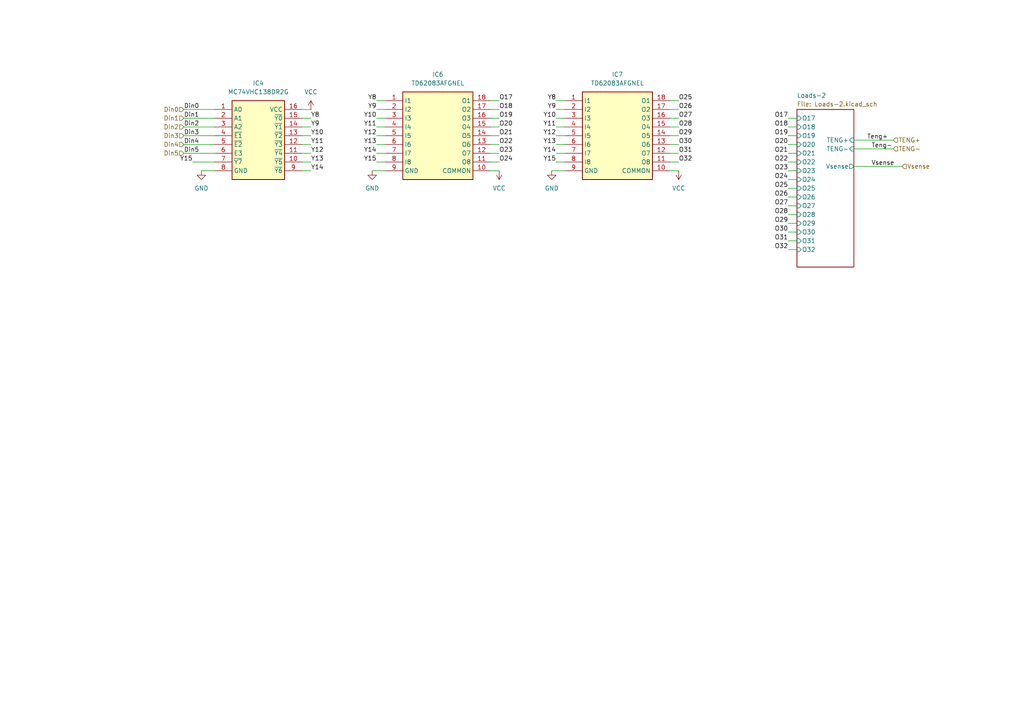
<source format=kicad_sch>
(kicad_sch (version 20231120) (generator "eeschema") (generator_version "8.0")
  (paper "A4")
  (lib_symbols
    (symbol "SamacSys_Parts:MC74VHC138DR2G"
      (property "Reference" "IC" (at 21.59 7.62 0))
      (property "Value" "MC74VHC138DR2G" (at 21.59 5.08 0))
      (symbol "MC74VHC138DR2G_1_1"
        (rectangle (start 5.08 2.54) (end 20.32 -20.32) (stroke (width 0.254)) (fill (type background)))
        (pin passive line (at 0 0 0) (length 5.08) (name "A0") (number "1"))
        (pin passive line (at 25.4 -15.24 180) (length 5.08) (name "~{Y5}") (number "10"))
        (pin passive line (at 25.4 -12.7 180) (length 5.08) (name "~{Y4}") (number "11"))
        (pin passive line (at 25.4 -10.16 180) (length 5.08) (name "~{Y3}") (number "12"))
        (pin passive line (at 25.4 -7.62 180) (length 5.08) (name "~{Y2}") (number "13"))
        (pin passive line (at 25.4 -5.08 180) (length 5.08) (name "~{Y1}") (number "14"))
        (pin passive line (at 25.4 -2.54 180) (length 5.08) (name "~{Y0}") (number "15"))
        (pin power_in line (at 25.4 0 180) (length 5.08) (name "VCC") (number "16"))
        (pin passive line (at 0 -2.54 0) (length 5.08) (name "A1") (number "2"))
        (pin passive line (at 0 -5.08 0) (length 5.08) (name "A2") (number "3"))
        (pin passive line (at 0 -7.62 0) (length 5.08) (name "~{E1}") (number "4"))
        (pin passive line (at 0 -10.16 0) (length 5.08) (name "~{E2}") (number "5"))
        (pin passive line (at 0 -12.7 0) (length 5.08) (name "E3") (number "6"))
        (pin passive line (at 0 -15.24 0) (length 5.08) (name "~{Y7}") (number "7"))
        (pin power_in line (at 0 -17.78 0) (length 5.08) (name "GND") (number "8"))
        (pin passive line (at 25.4 -17.78 180) (length 5.08) (name "~{Y6}") (number "9"))
      )
    )
    (symbol "SamacSys_Parts:TD62083AFGNEL"
      (property "Reference" "IC" (at 26.67 7.62 0))
      (property "Value" "TD62083AFGNEL" (at 26.67 5.08 0))
      (symbol "TD62083AFGNEL_1_1"
        (rectangle (start 5.08 2.54) (end 25.4 -22.86) (stroke (width 0.254)) (fill (type background)))
        (pin passive line (at 0 0 0) (length 5.08) (name "I1") (number "1"))
        (pin passive line (at 30.48 -20.32 180) (length 5.08) (name "COMMON") (number "10"))
        (pin passive line (at 30.48 -17.78 180) (length 5.08) (name "O8") (number "11"))
        (pin passive line (at 30.48 -15.24 180) (length 5.08) (name "O7") (number "12"))
        (pin passive line (at 30.48 -12.7 180) (length 5.08) (name "O6") (number "13"))
        (pin passive line (at 30.48 -10.16 180) (length 5.08) (name "O5") (number "14"))
        (pin passive line (at 30.48 -7.62 180) (length 5.08) (name "O4") (number "15"))
        (pin passive line (at 30.48 -5.08 180) (length 5.08) (name "O3") (number "16"))
        (pin passive line (at 30.48 -2.54 180) (length 5.08) (name "O2") (number "17"))
        (pin passive line (at 30.48 0 180) (length 5.08) (name "O1") (number "18"))
        (pin passive line (at 0 -2.54 0) (length 5.08) (name "I2") (number "2"))
        (pin passive line (at 0 -5.08 0) (length 5.08) (name "I3") (number "3"))
        (pin passive line (at 0 -7.62 0) (length 5.08) (name "I4") (number "4"))
        (pin passive line (at 0 -10.16 0) (length 5.08) (name "I5") (number "5"))
        (pin passive line (at 0 -12.7 0) (length 5.08) (name "I6") (number "6"))
        (pin passive line (at 0 -15.24 0) (length 5.08) (name "I7") (number "7"))
        (pin passive line (at 0 -17.78 0) (length 5.08) (name "I8") (number "8"))
        (pin passive line (at 0 -20.32 0) (length 5.08) (name "GND") (number "9"))
      )
    )
    (symbol "power:GND" (power) (pin_numbers hide) (pin_names (offset 0) hide)
      (property "Value" "GND" (at 0 -3.81 0))
      (symbol "GND_0_1"
        (polyline (pts (xy 0 0) (xy 0 -1.27) (xy 1.27 -1.27) (xy 0 -2.54) (xy -1.27 -1.27) (xy 0 -1.27)))
      )
      (symbol "GND_1_1"
        (pin power_in line (at 0 0 270) (length 0) (name "~") (number "1"))
      )
    )
    (symbol "power:VCC" (power) (pin_numbers hide) (pin_names (offset 0) hide)
      (property "Value" "VCC" (at 0 3.556 0))
      (symbol "VCC_0_1"
        (polyline (pts (xy -0.762 1.27) (xy 0 2.54)))
        (polyline (pts (xy 0 0) (xy 0 2.54)))
        (polyline (pts (xy 0 2.54) (xy 0.762 1.27)))
      )
      (symbol "VCC_1_1"
        (pin power_in line (at 0 0 90) (length 0) (name "~") (number "1"))
      )
    )
  )
  (wire (pts (xy 144.78 31.75) (xy 142.24 31.75)))
  (wire (pts (xy 90.17 34.29) (xy 87.63 34.29)))
  (wire (pts (xy 161.29 44.45) (xy 163.83 44.45)))
  (wire (pts (xy 228.6 36.83) (xy 231.14 36.83)))
  (wire (pts (xy 144.78 41.91) (xy 142.24 41.91)))
  (wire (pts (xy 144.78 34.29) (xy 142.24 34.29)))
  (wire (pts (xy 90.17 46.99) (xy 87.63 46.99)))
  (wire (pts (xy 109.22 46.99) (xy 111.76 46.99)))
  (wire (pts (xy 228.6 39.37) (xy 231.14 39.37)))
  (wire (pts (xy 228.6 67.31) (xy 231.14 67.31)))
  (wire (pts (xy 90.17 39.37) (xy 87.63 39.37)))
  (wire (pts (xy 228.6 46.99) (xy 231.14 46.99)))
  (wire (pts (xy 161.29 39.37) (xy 163.83 39.37)))
  (wire (pts (xy 53.34 44.45) (xy 62.23 44.45)))
  (wire (pts (xy 228.6 69.85) (xy 231.14 69.85)))
  (wire (pts (xy 194.31 49.53) (xy 196.85 49.53)))
  (wire (pts (xy 196.85 41.91) (xy 194.31 41.91)))
  (wire (pts (xy 109.22 41.91) (xy 111.76 41.91)))
  (wire (pts (xy 161.29 31.75) (xy 163.83 31.75)))
  (wire (pts (xy 228.6 57.15) (xy 231.14 57.15)))
  (wire (pts (xy 90.17 49.53) (xy 87.63 49.53)))
  (wire (pts (xy 53.34 36.83) (xy 62.23 36.83)))
  (wire (pts (xy 259.08 43.18) (xy 247.65 43.18)))
  (wire (pts (xy 90.17 41.91) (xy 87.63 41.91)))
  (wire (pts (xy 161.29 36.83) (xy 163.83 36.83)))
  (wire (pts (xy 228.6 34.29) (xy 231.14 34.29)))
  (wire (pts (xy 144.78 44.45) (xy 142.24 44.45)))
  (wire (pts (xy 228.6 62.23) (xy 231.14 62.23)))
  (wire (pts (xy 90.17 44.45) (xy 87.63 44.45)))
  (wire (pts (xy 55.88 46.99) (xy 62.23 46.99)))
  (wire (pts (xy 161.29 46.99) (xy 163.83 46.99)))
  (wire (pts (xy 228.6 49.53) (xy 231.14 49.53)))
  (wire (pts (xy 109.22 31.75) (xy 111.76 31.75)))
  (wire (pts (xy 228.6 54.61) (xy 231.14 54.61)))
  (wire (pts (xy 196.85 31.75) (xy 194.31 31.75)))
  (wire (pts (xy 109.22 39.37) (xy 111.76 39.37)))
  (wire (pts (xy 196.85 29.21) (xy 194.31 29.21)))
  (wire (pts (xy 53.34 39.37) (xy 62.23 39.37)))
  (wire (pts (xy 228.6 59.69) (xy 231.14 59.69)))
  (wire (pts (xy 228.6 72.39) (xy 231.14 72.39)))
  (wire (pts (xy 196.85 44.45) (xy 194.31 44.45)))
  (wire (pts (xy 144.78 36.83) (xy 142.24 36.83)))
  (wire (pts (xy 196.85 46.99) (xy 194.31 46.99)))
  (wire (pts (xy 228.6 52.07) (xy 231.14 52.07)))
  (wire (pts (xy 163.83 49.53) (xy 160.02 49.53)))
  (wire (pts (xy 228.6 41.91) (xy 231.14 41.91)))
  (wire (pts (xy 142.24 49.53) (xy 144.78 49.53)))
  (wire (pts (xy 53.34 31.75) (xy 62.23 31.75)))
  (wire (pts (xy 196.85 34.29) (xy 194.31 34.29)))
  (wire (pts (xy 228.6 64.77) (xy 231.14 64.77)))
  (wire (pts (xy 87.63 31.75) (xy 90.17 31.75)))
  (wire (pts (xy 144.78 46.99) (xy 142.24 46.99)))
  (wire (pts (xy 144.78 29.21) (xy 142.24 29.21)))
  (wire (pts (xy 161.29 34.29) (xy 163.83 34.29)))
  (wire (pts (xy 111.76 49.53) (xy 107.95 49.53)))
  (wire (pts (xy 196.85 36.83) (xy 194.31 36.83)))
  (wire (pts (xy 109.22 44.45) (xy 111.76 44.45)))
  (wire (pts (xy 90.17 36.83) (xy 87.63 36.83)))
  (wire (pts (xy 144.78 39.37) (xy 142.24 39.37)))
  (wire (pts (xy 109.22 34.29) (xy 111.76 34.29)))
  (wire (pts (xy 53.34 34.29) (xy 62.23 34.29)))
  (wire (pts (xy 53.34 41.91) (xy 62.23 41.91)))
  (wire (pts (xy 247.65 48.26) (xy 261.62 48.26)))
  (wire (pts (xy 196.85 39.37) (xy 194.31 39.37)))
  (wire (pts (xy 62.23 49.53) (xy 58.42 49.53)))
  (wire (pts (xy 109.22 29.21) (xy 111.76 29.21)))
  (wire (pts (xy 161.29 41.91) (xy 163.83 41.91)))
  (wire (pts (xy 161.29 29.21) (xy 163.83 29.21)))
  (wire (pts (xy 228.6 44.45) (xy 231.14 44.45)))
  (wire (pts (xy 247.65 40.64) (xy 259.08 40.64)))
  (wire (pts (xy 109.22 36.83) (xy 111.76 36.83)))
  (label "Y11" (at 161.29 36.83 180))
  (label "O30" (at 196.85 41.91 0))
  (label "O21" (at 144.78 39.37 0))
  (label "Din3" (at 53.34 39.37 0))
  (label "Y10" (at 109.22 34.29 180))
  (label "O23" (at 228.6 49.53 180))
  (label "O21" (at 228.6 44.45 180))
  (label "O29" (at 196.85 39.37 0))
  (label "O28" (at 196.85 36.83 0))
  (label "Y14" (at 161.29 44.45 180))
  (label "O27" (at 196.85 34.29 0))
  (label "Din4" (at 53.34 41.91 0))
  (label "O27" (at 228.6 59.69 180))
  (label "Y14" (at 90.17 49.53 0))
  (label "O19" (at 228.6 39.37 180))
  (label "O28" (at 228.6 62.23 180))
  (label "Y8" (at 109.22 29.21 180))
  (label "Teng+" (at 251.46 40.64 0))
  (label "O31" (at 228.6 69.85 180))
  (label "Y11" (at 90.17 41.91 0))
  (label "Din5" (at 53.34 44.45 0))
  (label "O23" (at 144.78 44.45 0))
  (label "O17" (at 228.6 34.29 180))
  (label "Y13" (at 161.29 41.91 180))
  (label "O22" (at 144.78 41.91 0))
  (label "Din2" (at 53.34 36.83 0))
  (label "O22" (at 228.6 46.99 180))
  (label "O29" (at 228.6 64.77 180))
  (label "O31" (at 196.85 44.45 0))
  (label "Vsense" (at 252.73 48.26 0))
  (label "Y9" (at 109.22 31.75 180))
  (label "Teng-" (at 252.73 43.18 0))
  (label "Y8" (at 161.29 29.21 180))
  (label "Y15" (at 109.22 46.99 180))
  (label "O20" (at 144.78 36.83 0))
  (label "O19" (at 144.78 34.29 0))
  (label "Y10" (at 161.29 34.29 180))
  (label "Y12" (at 161.29 39.37 180))
  (label "Y11" (at 109.22 36.83 180))
  (label "O32" (at 196.85 46.99 0))
  (label "Y9" (at 161.29 31.75 180))
  (label "O18" (at 144.78 31.75 0))
  (label "O20" (at 228.6 41.91 180))
  (label "Y9" (at 90.17 36.83 0))
  (label "O18" (at 228.6 36.83 180))
  (label "O26" (at 228.6 57.15 180))
  (label "O26" (at 196.85 31.75 0))
  (label "O32" (at 228.6 72.39 180))
  (label "Y12" (at 109.22 39.37 180))
  (label "Y12" (at 90.17 44.45 0))
  (label "O24" (at 228.6 52.07 180))
  (label "Y8" (at 90.17 34.29 0))
  (label "Din0" (at 53.34 31.75 0))
  (label "Y14" (at 109.22 44.45 180))
  (label "Y15" (at 161.29 46.99 180))
  (label "O25" (at 228.6 54.61 180))
  (label "Y13" (at 109.22 41.91 180))
  (label "O25" (at 196.85 29.21 0))
  (label "O24" (at 144.78 46.99 0))
  (label "O17" (at 144.78 29.21 0))
  (label "Din1" (at 53.34 34.29 0))
  (label "Y13" (at 90.17 46.99 0))
  (label "Y10" (at 90.17 39.37 0))
  (label "O30" (at 228.6 67.31 180))
  (label "Y15" (at 55.88 46.99 180))
  (hierarchical_label "Din3" (shape input) (at 53.34 39.37 180))
  (hierarchical_label "Din4" (shape input) (at 53.34 41.91 180))
  (hierarchical_label "TENG-" (shape input) (at 259.08 43.18 0))
  (hierarchical_label "Din1" (shape input) (at 53.34 34.29 180))
  (hierarchical_label "Din0" (shape input) (at 53.34 31.75 180))
  (hierarchical_label "Din5" (shape input) (at 53.34 44.45 180))
  (hierarchical_label "TENG+" (shape input) (at 259.08 40.64 0))
  (hierarchical_label "Din2" (shape input) (at 53.34 36.83 180))
  (hierarchical_label "Vsense" (shape input) (at 261.62 48.26 0))
  (symbol (lib_id "power:VCC") (at 196.85 49.53 0) (mirror x) (unit 1)
    (property "Reference" "#PWR052" (effects (hide yes)))
    (property "Value" "VCC" (at 196.85 54.61 0))
    (property "Description" "Power symbol creates a global label with name \"VCC\"" (effects (hide yes)))
  )
  (symbol (lib_id "SamacSys_Parts:MC74VHC138DR2G") (at 62.23 31.75 0) (unit 1)
    (property "Reference" "IC4" (at 74.93 24.13 0))
    (property "Value" "MC74VHC138DR2G" (at 74.93 26.67 0))
    (property "Footprint" "SamacSys_Parts:SOIC127P600X175-16N" (effects (hide yes)))
    (property "Datasheet" "http://www.onsemi.com/pub/Collateral/MC74VHC138-D.PDF" (effects (hide yes)))
    (property "Height" "1.75" (effects (hide yes)))
    (property "Manufacturer_Name" "onsemi" (effects (hide yes)))
    (property "Manufacturer_Part_Number" "MC74VHC138DR2G" (effects (hide yes)))
    (property "Mouser Part Number" "863-MC74VHC138DR2G" (effects (hide yes)))
    (property "Mouser Price/Stock" "https://www.mouser.co.uk/ProductDetail/onsemi/MC74VHC138DR2G?qs=YOLdObVcOZliRjfeSc5aqQ%3D%3D" (effects (hide yes)))
    (property "Arrow Part Number" "MC74VHC138DR2G" (effects (hide yes)))
    (property "Arrow Price/Stock" "https://www.arrow.com/en/products/mc74vhc138dr2g/on-semiconductor?region=nac" (effects (hide yes)))
  )
  (symbol (lib_id "SamacSys_Parts:TD62083AFGNEL") (at 163.83 29.21 0) (unit 1)
    (property "Reference" "IC7" (at 179.07 21.59 0))
    (property "Value" "TD62083AFGNEL" (at 179.07 24.13 0))
    (property "Footprint" "SOIC127P1030X245-18N" (effects (hide yes)))
    (property "Datasheet" "https://eu.mouser.com/datasheet/2/408/TD62083AFG_datasheet_en_20091001-875843.pdf" (effects (hide yes)))
    (property "Description" "Gate Drivers" (effects (hide yes)))
    (property "Height" "2.45" (effects (hide yes)))
    (property "Manufacturer_Name" "Toshiba" (effects (hide yes)))
    (property "Manufacturer_Part_Number" "TD62083AFGNEL" (effects (hide yes)))
    (property "Mouser Part Number" "N/A" (effects (hide yes)))
    (property "Mouser Price/Stock" "https://www.mouser.co.uk/ProductDetail/Toshiba/TD62083AFGNEL?qs=ZjcfeKH2FJO2XkKSOSlUdg%3D%3D" (effects (hide yes)))
  )
  (symbol (lib_id "power:GND") (at 160.02 49.53 0) (unit 1)
    (property "Reference" "#PWR051" (effects (hide yes)))
    (property "Value" "GND" (at 160.02 54.61 0))
    (property "Description" "Power symbol creates a global label with name \"GND\" , ground" (effects (hide yes)))
  )
  (symbol (lib_id "power:VCC") (at 90.17 31.75 0) (unit 1)
    (property "Reference" "#PWR046" (effects (hide yes)))
    (property "Value" "VCC" (at 90.17 26.67 0))
    (property "Description" "Power symbol creates a global label with name \"VCC\"" (effects (hide yes)))
  )
  (symbol (lib_id "SamacSys_Parts:TD62083AFGNEL") (at 111.76 29.21 0) (unit 1)
    (property "Reference" "IC6" (at 127 21.59 0))
    (property "Value" "TD62083AFGNEL" (at 127 24.13 0))
    (property "Footprint" "SOIC127P1030X245-18N" (effects (hide yes)))
    (property "Datasheet" "https://eu.mouser.com/datasheet/2/408/TD62083AFG_datasheet_en_20091001-875843.pdf" (effects (hide yes)))
    (property "Description" "Gate Drivers" (effects (hide yes)))
    (property "Height" "2.45" (effects (hide yes)))
    (property "Manufacturer_Name" "Toshiba" (effects (hide yes)))
    (property "Manufacturer_Part_Number" "TD62083AFGNEL" (effects (hide yes)))
    (property "Mouser Part Number" "N/A" (effects (hide yes)))
    (property "Mouser Price/Stock" "https://www.mouser.co.uk/ProductDetail/Toshiba/TD62083AFGNEL?qs=ZjcfeKH2FJO2XkKSOSlUdg%3D%3D" (effects (hide yes)))
  )
  (symbol (lib_id "power:GND") (at 58.42 49.53 0) (unit 1)
    (property "Reference" "#PWR045" (effects (hide yes)))
    (property "Value" "GND" (at 58.42 54.61 0))
    (property "Description" "Power symbol creates a global label with name \"GND\" , ground" (effects (hide yes)))
  )
  (symbol (lib_id "power:GND") (at 107.95 49.53 0) (unit 1)
    (property "Reference" "#PWR049" (effects (hide yes)))
    (property "Value" "GND" (at 107.95 54.61 0))
    (property "Description" "Power symbol creates a global label with name \"GND\" , ground" (effects (hide yes)))
  )
  (symbol (lib_id "power:VCC") (at 144.78 49.53 0) (mirror x) (unit 1)
    (property "Reference" "#PWR050" (effects (hide yes)))
    (property "Value" "VCC" (at 144.78 54.61 0))
    (property "Description" "Power symbol creates a global label with name \"VCC\"" (effects (hide yes)))
  )
  (sheet (at 231.14 31.75) (size 16.51 45.72) (stroke (width 0.1524))
    (property "Sheetname" "Loads-2" (at 231.14 28.448 0) (effects (justify left bottom)))
    (property "Sheetfile" "Loads-2.kicad_sch" (at 231.14 29.464 0) (effects (justify left top)))
    (pin "TENG-" input (at 247.65 43.18 0))
    (pin "Vsense" output (at 247.65 48.26 0))
    (pin "TENG+" input (at 247.65 40.64 0))
    (pin "O22" input (at 231.14 46.99 180))
    (pin "O21" input (at 231.14 44.45 180))
    (pin "O23" input (at 231.14 49.53 180))
    (pin "O24" input (at 231.14 52.07 180))
    (pin "O25" input (at 231.14 54.61 180))
    (pin "O26" input (at 231.14 57.15 180))
    (pin "O19" input (at 231.14 39.37 180))
    (pin "O20" input (at 231.14 41.91 180))
    (pin "O17" input (at 231.14 34.29 180))
    (pin "O18" input (at 231.14 36.83 180))
    (pin "O31" input (at 231.14 69.85 180))
    (pin "O32" input (at 231.14 72.39 180))
    (pin "O30" input (at 231.14 67.31 180))
    (pin "O27" input (at 231.14 59.69 180))
    (pin "O28" input (at 231.14 62.23 180))
    (pin "O29" input (at 231.14 64.77 180))
  )
)
</source>
